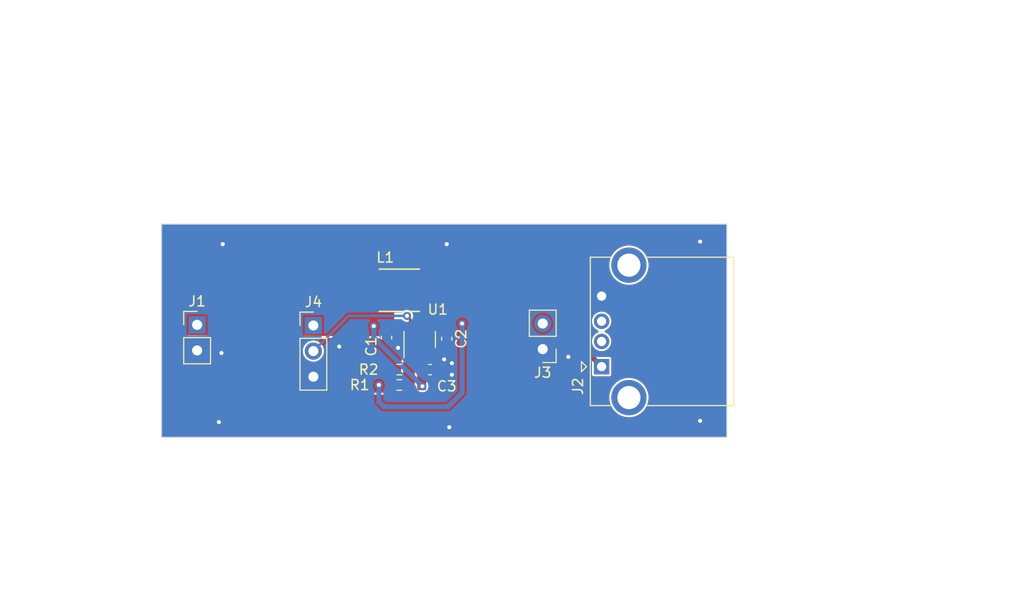
<source format=kicad_pcb>
(kicad_pcb (version 20221018) (generator pcbnew)
  (title_block (comment 4 "AISLER Project ID: JPHVMUEF"))
  (layers (0 "F.Cu" signal) (31 "B.Cu" signal) (34 "B.Paste" user) (35 "F.Paste" user) (36 "B.SilkS" user "B.Silkscreen") (37 "F.SilkS" user "F.Silkscreen") (38 "B.Mask" user) (39 "F.Mask" user) (44 "Edge.Cuts" user))
  (net 0 "")
  (net 1 "GND")
  (net 2 "Net-(U1-FB)")
  (net 3 "Net-(U1-LX)")
  (net 4 "Net-(J4-Pin_2)")
  (net 5 "/Vin")
  (net 6 "/Vout")
  (footprint "Capacitor_SMD:C_0603_1608Metric" (layer "F.Cu") (at 141.986 76.073 -90)
    (fp_text reference "C1" (at 0.889 1.524 90) (layer "F.SilkS"))
    (fp_text value "22uF")
    (fp_line (start -0.14058 -0.51) (end 0.14058 -0.51) (stroke (width 0.12)) (layer "F.SilkS"))
    (fp_line (start -0.14058 0.51) (end 0.14058 0.51) (stroke (width 0.12)) (layer "F.SilkS"))
    (pad "1" smd roundrect (at -0.775 0 270) (size 0.9 0.95) (layers "F.Cu" "F.Paste" "F.Mask") (net 5 "/Vin"))
    (pad "2" smd roundrect (at 0.775 0 270) (size 0.9 0.95) (layers "F.Cu" "F.Paste" "F.Mask") (net 1 "GND"))
  )
  (footprint "Resistor_SMD:R_0603_1608Metric" (layer "F.Cu") (at 143.256 80.772)
    (fp_text reference "R1" (at -3.937 0) (layer "F.SilkS"))
    (fp_text value "500kOhm")
    (fp_line (start -0.237258 -0.5225) (end 0.237258 -0.5225) (stroke (width 0.12)) (layer "F.SilkS"))
    (fp_line (start -0.237258 0.5225) (end 0.237258 0.5225) (stroke (width 0.12)) (layer "F.SilkS"))
    (pad "1" smd roundrect (at -0.825 0) (size 0.8 0.95) (layers "F.Cu" "F.Paste" "F.Mask") (net 6 "/Vout"))
    (pad "2" smd roundrect (at 0.825 0) (size 0.8 0.95) (layers "F.Cu" "F.Paste" "F.Mask") (net 2 "Net-(U1-FB)"))
  )
  (footprint "Connector_USB:USB_A_CONNFLY_DS1095-WNR0" (layer "F.Cu") (at 163.322 78.954 90)
    (fp_text reference "J2" (at -1.95 -2.35 90) (layer "F.SilkS"))
    (fp_text value "USB_A")
    (fp_line (start -3.86 -1.12) (end -3.86 0.86) (stroke (width 0.12)) (layer "F.SilkS"))
    (fp_line (start -3.86 -1.12) (end 10.86 -1.12) (stroke (width 0.12)) (layer "F.SilkS"))
    (fp_line (start -3.86 4.56) (end -3.86 13.1) (stroke (width 0.12)) (layer "F.SilkS"))
    (fp_line (start -3.86 13.1) (end 10.86 13.1) (stroke (width 0.12)) (layer "F.SilkS"))
    (fp_line (start -0.5 -2) (end 0 -1.5) (stroke (width 0.12)) (layer "F.SilkS"))
    (fp_line (start 0 -1.5) (end 0.5 -2) (stroke (width 0.12)) (layer "F.SilkS"))
    (fp_line (start 0.5 -2) (end -0.5 -2) (stroke (width 0.12)) (layer "F.SilkS"))
    (fp_line (start 10.86 0.86) (end 10.86 -1.12) (stroke (width 0.12)) (layer "F.SilkS"))
    (fp_line (start 10.86 4.56) (end 10.86 13.1) (stroke (width 0.12)) (layer "F.SilkS"))
    (pad "1" thru_hole rect (at 0 0 90) (size 1.524 1.524) (drill 0.92) (layers "*.Cu" "*.Mask") (net 6 "/Vout"))
    (pad "2" thru_hole circle (at 2.5 0 90) (size 1.524 1.524) (drill 0.92) (layers "*.Cu" "*.Mask"))
    (pad "3" thru_hole circle (at 4.5 0 90) (size 1.524 1.524) (drill 0.92) (layers "*.Cu" "*.Mask"))
    (pad "4" thru_hole circle (at 7 0 90) (size 1.524 1.524) (drill 0.92) (layers "*.Cu" "*.Mask") (net 1 "GND"))
    (pad "5" thru_hole circle (at -3.07 2.71 90) (size 3.5 3.5) (drill 2.3) (layers "*.Cu" "*.Mask"))
    (pad "5" thru_hole circle (at 10.07 2.71 90) (size 3.5 3.5) (drill 2.3) (layers "*.Cu" "*.Mask"))
  )
  (footprint "Connector_PinHeader_2.54mm:PinHeader_1x02_P2.54mm_Vertical" (layer "F.Cu") (at 157.48 77.216 180)
    (fp_text reference "J3" (at 0 -2.33) (layer "F.SilkS"))
    (fp_text value "Conn_01x02_Male")
    (fp_line (start -1.33 -1.33) (end 0 -1.33) (stroke (width 0.12)) (layer "F.SilkS"))
    (fp_line (start -1.33 0) (end -1.33 -1.33) (stroke (width 0.12)) (layer "F.SilkS"))
    (fp_line (start -1.33 1.27) (end -1.33 3.87) (stroke (width 0.12)) (layer "F.SilkS"))
    (fp_line (start -1.33 1.27) (end 1.33 1.27) (stroke (width 0.12)) (layer "F.SilkS"))
    (fp_line (start -1.33 3.87) (end 1.33 3.87) (stroke (width 0.12)) (layer "F.SilkS"))
    (fp_line (start 1.33 1.27) (end 1.33 3.87) (stroke (width 0.12)) (layer "F.SilkS"))
    (pad "1" thru_hole rect (at 0 0 180) (size 1.7 1.7) (drill 1) (layers "*.Cu" "*.Mask") (net 1 "GND"))
    (pad "2" thru_hole oval (at 0 2.54 180) (size 1.7 1.7) (drill 1) (layers "*.Cu" "*.Mask") (net 6 "/Vout"))
  )
  (footprint "Capacitor_SMD:C_0603_1608Metric" (layer "F.Cu") (at 146.304 79.248)
    (fp_text reference "C3" (at 1.651 1.651) (layer "F.SilkS"))
    (fp_text value "C")
    (fp_line (start -0.14058 -0.51) (end 0.14058 -0.51) (stroke (width 0.12)) (layer "F.SilkS"))
    (fp_line (start -0.14058 0.51) (end 0.14058 0.51) (stroke (width 0.12)) (layer "F.SilkS"))
    (pad "1" smd roundrect (at -0.775 0) (size 0.9 0.95) (layers "F.Cu" "F.Paste" "F.Mask") (net 5 "/Vin"))
    (pad "2" smd roundrect (at 0.775 0) (size 0.9 0.95) (layers "F.Cu" "F.Paste" "F.Mask") (net 1 "GND"))
  )
  (footprint "Package_TO_SOT_SMD:TSOT-23-6" (layer "F.Cu") (at 145.275 76.2625 90)
    (fp_text reference "U1" (at 2.9835 1.791 180) (layer "F.SilkS"))
    (fp_text value "~")
    (fp_line (start 0 -1.56) (end -1.8 -1.56) (stroke (width 0.12)) (layer "F.SilkS"))
    (fp_line (start 0 -1.56) (end 0.8 -1.56) (stroke (width 0.12)) (layer "F.SilkS"))
    (fp_line (start 0 1.56) (end -0.8 1.56) (stroke (width 0.12)) (layer "F.SilkS"))
    (fp_line (start 0 1.56) (end 0.8 1.56) (stroke (width 0.12)) (layer "F.SilkS"))
    (pad "1" smd roundrect (at -1.1375 -0.95 90) (size 1.325 0.6) (layers "F.Cu" "F.Paste" "F.Mask") (net 2 "Net-(U1-FB)"))
    (pad "2" smd roundrect (at -1.1375 0 90) (size 1.325 0.6) (layers "F.Cu" "F.Paste" "F.Mask") (net 5 "/Vin"))
    (pad "3" smd roundrect (at -1.1375 0.95 90) (size 1.325 0.6) (layers "F.Cu" "F.Paste" "F.Mask") (net 1 "GND"))
    (pad "4" smd roundrect (at 1.1375 0.95 90) (size 1.325 0.6) (layers "F.Cu" "F.Paste" "F.Mask") (net 6 "/Vout"))
    (pad "5" smd roundrect (at 1.1375 0 90) (size 1.325 0.6) (layers "F.Cu" "F.Paste" "F.Mask") (net 3 "Net-(U1-LX)"))
    (pad "6" smd roundrect (at 1.1375 -0.95 90) (size 1.325 0.6) (layers "F.Cu" "F.Paste" "F.Mask") (net 4 "Net-(J4-Pin_2)"))
  )
  (footprint "WiRoc:Inductor_SLW4018" (layer "F.Cu") (at 143.256 71.374)
    (fp_text reference "L1" (at -1.397 -3.257) (layer "F.SilkS"))
    (fp_text value "1.5uH")
    (fp_line (start -2 -2.1) (end 2 -2.1) (stroke (width 0.15)) (layer "F.SilkS"))
    (fp_line (start -2 2.1) (end 2 2.1) (stroke (width 0.15)) (layer "F.SilkS"))
    (pad "1" smd rect (at -1.5 0) (size 1.1 3.7) (layers "F.Cu" "F.Paste" "F.Mask") (net 5 "/Vin"))
    (pad "2" smd rect (at 1.5 0) (size 1.1 3.7) (layers "F.Cu" "F.Paste" "F.Mask") (net 3 "Net-(U1-LX)"))
  )
  (footprint "Capacitor_SMD:C_0603_1608Metric" (layer "F.Cu") (at 147.955 76.187 -90)
    (fp_text reference "C2" (at 0 -1.43 90) (layer "F.SilkS"))
    (fp_text value "22uF")
    (fp_line (start -0.14058 -0.51) (end 0.14058 -0.51) (stroke (width 0.12)) (layer "F.SilkS"))
    (fp_line (start -0.14058 0.51) (end 0.14058 0.51) (stroke (width 0.12)) (layer "F.SilkS"))
    (pad "1" smd roundrect (at -0.775 0 270) (size 0.9 0.95) (layers "F.Cu" "F.Paste" "F.Mask") (net 6 "/Vout"))
    (pad "2" smd roundrect (at 0.775 0 270) (size 0.9 0.95) (layers "F.Cu" "F.Paste" "F.Mask") (net 1 "GND"))
  )
  (footprint "Resistor_SMD:R_0603_1608Metric" (layer "F.Cu") (at 143.256 79.248 180)
    (fp_text reference "R2" (at 3.048 0) (layer "F.SilkS"))
    (fp_text value "150kOhm")
    (fp_line (start -0.237258 -0.5225) (end 0.237258 -0.5225) (stroke (width 0.12)) (layer "F.SilkS"))
    (fp_line (start -0.237258 0.5225) (end 0.237258 0.5225) (stroke (width 0.12)) (layer "F.SilkS"))
    (pad "1" smd roundrect (at -0.825 0 180) (size 0.8 0.95) (layers "F.Cu" "F.Paste" "F.Mask") (net 2 "Net-(U1-FB)"))
    (pad "2" smd roundrect (at 0.825 0 180) (size 0.8 0.95) (layers "F.Cu" "F.Paste" "F.Mask") (net 1 "GND"))
  )
  (footprint "Connector_PinHeader_2.54mm:PinHeader_1x03_P2.54mm_Vertical" (layer "F.Cu") (at 134.725 74.87)
    (fp_text reference "J4" (at 0 -2.33) (layer "F.SilkS"))
    (fp_text value "Conn_01x03_Male")
    (fp_line (start -1.33 -1.33) (end 0 -1.33) (stroke (width 0.12)) (layer "F.SilkS"))
    (fp_line (start -1.33 0) (end -1.33 -1.33) (stroke (width 0.12)) (layer "F.SilkS"))
    (fp_line (start -1.33 1.27) (end -1.33 6.41) (stroke (width 0.12)) (layer "F.SilkS"))
    (fp_line (start -1.33 1.27) (end 1.33 1.27) (stroke (width 0.12)) (layer "F.SilkS"))
    (fp_line (start -1.33 6.41) (end 1.33 6.41) (stroke (width 0.12)) (layer "F.SilkS"))
    (fp_line (start 1.33 1.27) (end 1.33 6.41) (stroke (width 0.12)) (layer "F.SilkS"))
    (pad "1" thru_hole rect (at 0 0) (size 1.7 1.7) (drill 1) (layers "*.Cu" "*.Mask") (net 5 "/Vin"))
    (pad "2" thru_hole oval (at 0 2.54) (size 1.7 1.7) (drill 1) (layers "*.Cu" "*.Mask") (net 4 "Net-(J4-Pin_2)"))
    (pad "3" thru_hole oval (at 0 5.08) (size 1.7 1.7) (drill 1) (layers "*.Cu" "*.Mask") (net 1 "GND"))
  )
  (footprint "Connector_PinHeader_2.54mm:PinHeader_1x02_P2.54mm_Vertical" (layer "F.Cu") (at 123.19 74.803)
    (fp_text reference "J1" (at 0 -2.33) (layer "F.SilkS"))
    (fp_text value "Conn_01x02_Male")
    (fp_line (start -1.33 -1.33) (end 0 -1.33) (stroke (width 0.12)) (layer "F.SilkS"))
    (fp_line (start -1.33 0) (end -1.33 -1.33) (stroke (width 0.12)) (layer "F.SilkS"))
    (fp_line (start -1.33 1.27) (end -1.33 3.87) (stroke (width 0.12)) (layer "F.SilkS"))
    (fp_line (start -1.33 1.27) (end 1.33 1.27) (stroke (width 0.12)) (layer "F.SilkS"))
    (fp_line (start -1.33 3.87) (end 1.33 3.87) (stroke (width 0.12)) (layer "F.SilkS"))
    (fp_line (start 1.33 1.27) (end 1.33 3.87) (stroke (width 0.12)) (layer "F.SilkS"))
    (pad "1" thru_hole rect (at 0 0) (size 1.7 1.7) (drill 1) (layers "*.Cu" "*.Mask") (net 5 "/Vin"))
    (pad "2" thru_hole oval (at 0 2.54) (size 1.7 1.7) (drill 1) (layers "*.Cu" "*.Mask") (net 1 "GND"))
  )
  (gr_rect (start 119.661 64.8) (end 175.75 85.963) (stroke (width 0.1)) (fill none) (layer "Edge.Cuts"))
  (via (at 125.349 84.455) (size 0.8) (drill 0.4) (layers "F.Cu" "B.Cu") (net 1))
  (via (at 148.463 78.613) (size 0.8) (drill 0.4) (layers "F.Cu" "B.Cu") (net 1))
  (via (at 137.287 76.962) (size 0.8) (drill 0.4) (layers "F.Cu" "B.Cu") (net 1))
  (via (at 125.73 66.802) (size 0.8) (drill 0.4) (layers "F.Cu" "B.Cu") (net 1))
  (via (at 148.209 84.963) (size 0.8) (drill 0.4) (layers "F.Cu" "B.Cu") (net 1))
  (via (at 148.463 79.756) (size 0.8) (drill 0.4) (layers "F.Cu" "B.Cu") (net 1))
  (via (at 147.955 66.802) (size 0.8) (drill 0.4) (layers "F.Cu" "B.Cu") (net 1))
  (via (at 143.129 77.089) (size 0.8) (drill 0.4) (layers "F.Cu" "B.Cu") (net 1))
  (via (at 160.02 77.978) (size 0.8) (drill 0.4) (layers "F.Cu" "B.Cu") (net 1))
  (via (at 173.101 84.328) (size 0.8) (drill 0.4) (layers "F.Cu" "B.Cu") (net 1))
  (via (at 125.603 77.597) (size 0.8) (drill 0.4) (layers "F.Cu" "B.Cu") (net 1))
  (via (at 147.701 78.232) (size 0.8) (drill 0.4) (layers "F.Cu" "B.Cu") (net 1))
  (via (at 173.101 66.548) (size 0.8) (drill 0.4) (layers "F.Cu" "B.Cu") (net 1))
  (segment (start 144.325 74.221) (end 144.018 73.914) (width 0.25) (layer "F.Cu") (net 4))
  (segment (start 144.325 75.125) (end 144.325 74.221) (width 0.25) (layer "F.Cu") (net 4))
  (via (at 144.018 73.914) (size 0.8) (drill 0.4) (layers "F.Cu" "B.Cu") (net 4))
  (segment (start 138.221 73.914) (end 134.725 77.41) (width 0.25) (layer "B.Cu") (net 4))
  (segment (start 144.018 73.914) (end 138.221 73.914) (width 0.25) (layer "B.Cu") (net 4))
  (segment (start 145.275 79.502) (end 145.529 79.248) (width 0.25) (layer "F.Cu") (net 5))
  (segment (start 145.529 80.886) (end 145.542 80.899) (width 0.25) (layer "F.Cu") (net 5))
  (segment (start 145.529 79.248) (end 145.529 80.886) (width 0.25) (layer "F.Cu") (net 5))
  (via (at 140.716 74.93) (size 0.8) (drill 0.4) (layers "F.Cu" "B.Cu") (net 5))
  (via (at 145.542 80.899) (size 0.8) (drill 0.4) (layers "F.Cu" "B.Cu") (net 5))
  (segment (start 145.542 80.899) (end 140.716 76.073) (width 0.5) (layer "B.Cu") (net 5))
  (segment (start 140.716 76.073) (end 140.716 74.93) (width 0.5) (layer "B.Cu") (net 5))
  (segment (start 141.224 80.772) (end 142.431 80.772) (width 0.25) (layer "F.Cu") (net 6))
  (segment (start 163.322 78.954) (end 159.044 74.676) (width 0.5) (layer "F.Cu") (net 6))
  (segment (start 159.044 74.676) (end 157.48 74.676) (width 0.5) (layer "F.Cu") (net 6))
  (via (at 141.224 80.772) (size 0.8) (drill 0.4) (layers "F.Cu" "B.Cu") (net 6))
  (via (at 149.479 74.676) (size 0.8) (drill 0.4) (layers "F.Cu" "B.Cu") (net 6))
  (segment (start 148.082 82.931) (end 141.732 82.931) (width 0.5) (layer "B.Cu") (net 6))
  (segment (start 149.479 74.676) (end 149.479 81.534) (width 0.5) (layer "B.Cu") (net 6))
  (segment (start 141.732 82.931) (end 141.224 82.423) (width 0.5) (layer "B.Cu") (net 6))
  (segment (start 149.479 81.534) (end 148.082 82.931) (width 0.5) (layer "B.Cu") (net 6))
  (segment (start 141.224 82.423) (end 141.224 80.772) (width 0.5) (layer "B.Cu") (net 6))
  (zone (net 5) (net_name "/Vin") (layer "F.Cu") (priority 3) (connect_pads yes (clearance 0)) (min_thickness 0.25) (fill yes (thermal_gap 0.5) (thermal_bridge_width 0.5))
    (polygon (pts (xy 142.748 68.58) (xy 142.748 75.946) (xy 120.904 75.819) (xy 120.904 68.453)))
  )
  (zone (net 5) (net_name "/Vin") (layer "F.Cu") (priority 4) (connect_pads yes (clearance 0)) (min_thickness 0.25) (fill yes (thermal_gap 0.5) (thermal_bridge_width 0.5))
    (polygon (pts (xy 145.034 76.708) (xy 145.034 81.28) (xy 145.923 81.28) (xy 145.923 76.708)))
  )
  (zone (net 0) (net_name "") (layer "F.Cu") (connect_pads yes (clearance 0)) (min_thickness 0.25)
    (keepout (tracks not_allowed) (vias not_allowed) (pads not_allowed) (copperpour not_allowed) (footprints allowed))
    (fill (thermal_gap 0.5) (thermal_bridge_width 0.5))
    (polygon (pts (xy 142.748 68.326) (xy 143.637 68.326) (xy 143.637 76.073) (xy 142.748 75.946)))
  )
  (zone (net 6) (net_name "/Vout") (layer "F.Cu") (priority 6) (connect_pads yes (clearance 0)) (min_thickness 0.25) (fill yes (thermal_gap 0.5) (thermal_bridge_width 0.5))
    (polygon (pts (xy 143.002 80.137) (xy 143.002 81.534) (xy 140.462 81.534) (xy 140.462 80.137)))
  )
  (zone (net 1) (net_name "GND") (layer "F.Cu") (connect_pads yes (clearance 0)) (min_thickness 0.25) (fill yes (thermal_gap 0.5) (thermal_bridge_width 0.5))
    (polygon (pts (xy 188.675 43.45) (xy 108.6 42.575) (xy 106.95 99.775) (xy 195.85 101.9) (xy 190.625 46.45) (xy 190.425 46.45)))
  )
  (zone (net 3) (net_name "Net-(U1-LX)") (layer "F.Cu") (priority 2) (connect_pads yes (clearance 0)) (min_thickness 0.25) (fill yes (thermal_gap 0.5) (thermal_bridge_width 0.5))
    (polygon (pts (xy 145.542 68.58) (xy 145.542 75.946) (xy 144.78 75.946) (xy 144.78 73.914) (xy 144.272 73.406) (xy 143.764 73.406) (xy 143.764 68.58)))
  )
  (zone (net 6) (net_name "/Vout") (layer "F.Cu") (priority 1) (connect_pads yes (clearance 0)) (min_thickness 0.25) (fill yes (thermal_gap 0.5) (thermal_bridge_width 0.5))
    (polygon (pts (xy 160.655 68.58) (xy 160.655 75.946) (xy 145.796 75.946) (xy 145.796 68.58)))
  )
  (zone (net 2) (net_name "Net-(U1-FB)") (layer "F.Cu") (priority 5) (connect_pads yes (clearance 0)) (min_thickness 0.25) (fill yes (thermal_gap 0.5) (thermal_bridge_width 0.5))
    (polygon (pts (xy 144.78 76.708) (xy 144.78 81.915) (xy 143.637 81.915) (xy 143.637 78.613) (xy 144.018 76.708)))
  )
  (zone (net 1) (net_name "GND") (layer "B.Cu") (priority 7) (connect_pads yes (clearance 0)) (min_thickness 0.25) (fill yes (thermal_gap 0.5) (thermal_bridge_width 0.5))
    (polygon (pts (xy 192.024 43.942) (xy 103.632 48.26) (xy 103.632 94.488) (xy 205.232 93.98) (xy 195.326 45.974)))
  )
)
</source>
